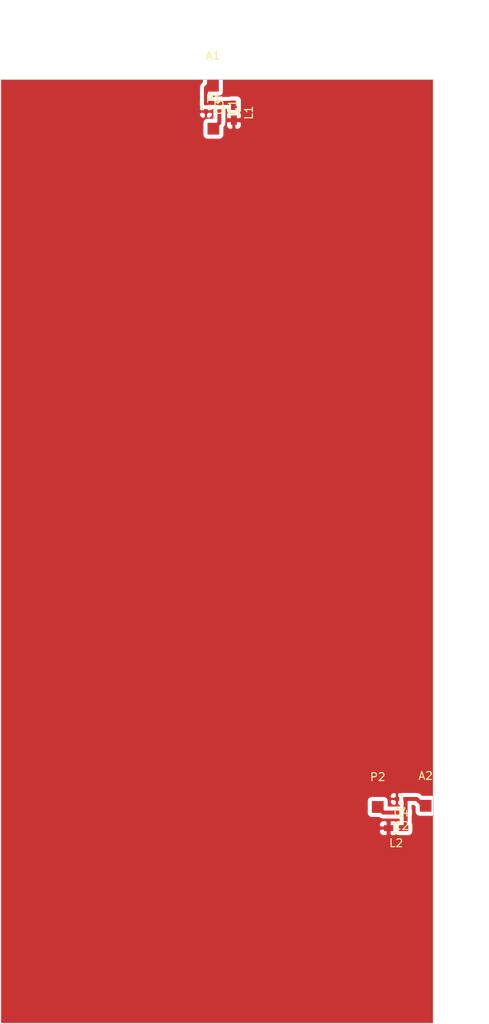
<source format=kicad_pcb>
(kicad_pcb (version 4) (host pcbnew 4.0.2-stable)

  (general
    (links 11)
    (no_connects 0)
    (area 26.899999 39.899999 176.920002 170.050001)
    (thickness 1.6)
    (drawings 25)
    (tracks 17)
    (zones 0)
    (modules 10)
    (nets 6)
  )

  (page A4)
  (layers
    (0 F.Cu signal)
    (31 B.Cu signal)
    (32 B.Adhes user)
    (33 F.Adhes user)
    (34 B.Paste user)
    (35 F.Paste user)
    (36 B.SilkS user)
    (37 F.SilkS user)
    (38 B.Mask user)
    (39 F.Mask user)
    (40 Dwgs.User user)
    (41 Cmts.User user)
    (42 Eco1.User user)
    (43 Eco2.User user)
    (44 Edge.Cuts user)
    (45 Margin user)
    (46 B.CrtYd user)
    (47 F.CrtYd user)
    (48 B.Fab user)
    (49 F.Fab user)
  )

  (setup
    (last_trace_width 0.508)
    (user_trace_width 0.508)
    (trace_clearance 0.508)
    (zone_clearance 0)
    (zone_45_only no)
    (trace_min 0.2)
    (segment_width 0.2)
    (edge_width 0.1)
    (via_size 0.6)
    (via_drill 0.4)
    (via_min_size 0.4)
    (via_min_drill 0.3)
    (uvia_size 0.3)
    (uvia_drill 0.1)
    (uvias_allowed no)
    (uvia_min_size 0.2)
    (uvia_min_drill 0.1)
    (pcb_text_width 0.3)
    (pcb_text_size 1.5 1.5)
    (mod_edge_width 0.15)
    (mod_text_size 1 1)
    (mod_text_width 0.15)
    (pad_size 1.5 1.5)
    (pad_drill 0.6)
    (pad_to_mask_clearance 0)
    (aux_axis_origin 0 0)
    (visible_elements FFFFFF5F)
    (pcbplotparams
      (layerselection 0x00030_80000001)
      (usegerberextensions false)
      (excludeedgelayer true)
      (linewidth 0.100000)
      (plotframeref false)
      (viasonmask false)
      (mode 1)
      (useauxorigin false)
      (hpglpennumber 1)
      (hpglpenspeed 20)
      (hpglpendiameter 15)
      (hpglpenoverlay 2)
      (psnegative false)
      (psa4output false)
      (plotreference true)
      (plotvalue true)
      (plotinvisibletext false)
      (padsonsilk false)
      (subtractmaskfromsilk false)
      (outputformat 1)
      (mirror false)
      (drillshape 1)
      (scaleselection 1)
      (outputdirectory ""))
  )

  (net 0 "")
  (net 1 /Ant1)
  (net 2 /Ant2)
  (net 3 "Net-(C1-Pad2)")
  (net 4 "Net-(C2-Pad2)")
  (net 5 /GND)

  (net_class Default "This is the default net class."
    (clearance 0.508)
    (trace_width 0.25)
    (via_dia 0.6)
    (via_drill 0.4)
    (uvia_dia 0.3)
    (uvia_drill 0.1)
    (add_net /Ant1)
    (add_net /Ant2)
    (add_net /GND)
    (add_net "Net-(C1-Pad2)")
    (add_net "Net-(C2-Pad2)")
  )

  (module Measurement_Points:Measurement_Point_Square-SMD-Pad_Small (layer F.Cu) (tedit 0) (tstamp 56D6AC86)
    (at 53.975 50.8)
    (descr "Mesurement Point, Square, SMD Pad,  1.5mm x 1.5mm,")
    (tags "Mesurement Point, Square, SMD Pad, 1.5mm x 1.5mm,")
    (path /56C1C8C2)
    (fp_text reference A1 (at 0 -3.81) (layer F.SilkS)
      (effects (font (size 1 1) (thickness 0.15)))
    )
    (fp_text value ANTENNA (at 2.54 3.81) (layer F.Fab)
      (effects (font (size 1 1) (thickness 0.15)))
    )
    (pad 1 smd rect (at 0 0) (size 1.50114 1.50114) (layers F.Cu F.Mask)
      (net 1 /Ant1))
  )

  (module Measurement_Points:Measurement_Point_Square-SMD-Pad_Small (layer F.Cu) (tedit 0) (tstamp 56D6AC8B)
    (at 81.019762 142.345)
    (descr "Mesurement Point, Square, SMD Pad,  1.5mm x 1.5mm,")
    (tags "Mesurement Point, Square, SMD Pad, 1.5mm x 1.5mm,")
    (path /56C1CB96)
    (fp_text reference A2 (at 0 -3.81) (layer F.SilkS)
      (effects (font (size 1 1) (thickness 0.15)))
    )
    (fp_text value ANTENNA (at 2.54 3.81) (layer F.Fab)
      (effects (font (size 1 1) (thickness 0.15)))
    )
    (pad 1 smd rect (at 0 0) (size 1.50114 1.50114) (layers F.Cu F.Mask)
      (net 2 /Ant2))
  )

  (module Capacitors_SMD:C_0402 (layer F.Cu) (tedit 5415D599) (tstamp 56D6AC91)
    (at 54.8005 53.5305 270)
    (descr "Capacitor SMD 0402, reflow soldering, AVX (see smccp.pdf)")
    (tags "capacitor 0402")
    (path /56C1C0D8)
    (attr smd)
    (fp_text reference C1 (at 0 -1.7 270) (layer F.SilkS)
      (effects (font (size 1 1) (thickness 0.15)))
    )
    (fp_text value C (at 0 1.7 270) (layer F.Fab)
      (effects (font (size 1 1) (thickness 0.15)))
    )
    (fp_line (start -1.15 -0.6) (end 1.15 -0.6) (layer F.CrtYd) (width 0.05))
    (fp_line (start -1.15 0.6) (end 1.15 0.6) (layer F.CrtYd) (width 0.05))
    (fp_line (start -1.15 -0.6) (end -1.15 0.6) (layer F.CrtYd) (width 0.05))
    (fp_line (start 1.15 -0.6) (end 1.15 0.6) (layer F.CrtYd) (width 0.05))
    (fp_line (start 0.25 -0.475) (end -0.25 -0.475) (layer F.SilkS) (width 0.15))
    (fp_line (start -0.25 0.475) (end 0.25 0.475) (layer F.SilkS) (width 0.15))
    (pad 1 smd rect (at -0.55 0 270) (size 0.6 0.5) (layers F.Cu F.Paste F.Mask)
      (net 1 /Ant1))
    (pad 2 smd rect (at 0.55 0 270) (size 0.6 0.5) (layers F.Cu F.Paste F.Mask)
      (net 3 "Net-(C1-Pad2)"))
    (model Capacitors_SMD.3dshapes/C_0402.wrl
      (at (xyz 0 0 0))
      (scale (xyz 1 1 1))
      (rotate (xyz 0 0 0))
    )
  )

  (module Capacitors_SMD:C_0402 (layer F.Cu) (tedit 5415D599) (tstamp 56D6AC97)
    (at 77.9272 143.2052 180)
    (descr "Capacitor SMD 0402, reflow soldering, AVX (see smccp.pdf)")
    (tags "capacitor 0402")
    (path /56C1CB75)
    (attr smd)
    (fp_text reference C2 (at 0 -1.7 180) (layer F.SilkS)
      (effects (font (size 1 1) (thickness 0.15)))
    )
    (fp_text value C (at 0 1.7 180) (layer F.Fab)
      (effects (font (size 1 1) (thickness 0.15)))
    )
    (fp_line (start -1.15 -0.6) (end 1.15 -0.6) (layer F.CrtYd) (width 0.05))
    (fp_line (start -1.15 0.6) (end 1.15 0.6) (layer F.CrtYd) (width 0.05))
    (fp_line (start -1.15 -0.6) (end -1.15 0.6) (layer F.CrtYd) (width 0.05))
    (fp_line (start 1.15 -0.6) (end 1.15 0.6) (layer F.CrtYd) (width 0.05))
    (fp_line (start 0.25 -0.475) (end -0.25 -0.475) (layer F.SilkS) (width 0.15))
    (fp_line (start -0.25 0.475) (end 0.25 0.475) (layer F.SilkS) (width 0.15))
    (pad 1 smd rect (at -0.55 0 180) (size 0.6 0.5) (layers F.Cu F.Paste F.Mask)
      (net 2 /Ant2))
    (pad 2 smd rect (at 0.55 0 180) (size 0.6 0.5) (layers F.Cu F.Paste F.Mask)
      (net 4 "Net-(C2-Pad2)"))
    (model Capacitors_SMD.3dshapes/C_0402.wrl
      (at (xyz 0 0 0))
      (scale (xyz 1 1 1))
      (rotate (xyz 0 0 0))
    )
  )

  (module Capacitors_SMD:C_0402 (layer F.Cu) (tedit 5415D599) (tstamp 56D6AC9D)
    (at 53.086 53.5305 270)
    (descr "Capacitor SMD 0402, reflow soldering, AVX (see smccp.pdf)")
    (tags "capacitor 0402")
    (path /56C1C1FD)
    (attr smd)
    (fp_text reference C3 (at 0 -1.7 270) (layer F.SilkS)
      (effects (font (size 1 1) (thickness 0.15)))
    )
    (fp_text value C (at 0 1.7 270) (layer F.Fab)
      (effects (font (size 1 1) (thickness 0.15)))
    )
    (fp_line (start -1.15 -0.6) (end 1.15 -0.6) (layer F.CrtYd) (width 0.05))
    (fp_line (start -1.15 0.6) (end 1.15 0.6) (layer F.CrtYd) (width 0.05))
    (fp_line (start -1.15 -0.6) (end -1.15 0.6) (layer F.CrtYd) (width 0.05))
    (fp_line (start 1.15 -0.6) (end 1.15 0.6) (layer F.CrtYd) (width 0.05))
    (fp_line (start 0.25 -0.475) (end -0.25 -0.475) (layer F.SilkS) (width 0.15))
    (fp_line (start -0.25 0.475) (end 0.25 0.475) (layer F.SilkS) (width 0.15))
    (pad 1 smd rect (at -0.55 0 270) (size 0.6 0.5) (layers F.Cu F.Paste F.Mask)
      (net 1 /Ant1))
    (pad 2 smd rect (at 0.55 0 270) (size 0.6 0.5) (layers F.Cu F.Paste F.Mask)
      (net 5 /GND))
    (model Capacitors_SMD.3dshapes/C_0402.wrl
      (at (xyz 0 0 0))
      (scale (xyz 1 1 1))
      (rotate (xyz 0 0 0))
    )
  )

  (module Capacitors_SMD:C_0402 (layer F.Cu) (tedit 5415D599) (tstamp 56D6ACA3)
    (at 77.9272 141.478 180)
    (descr "Capacitor SMD 0402, reflow soldering, AVX (see smccp.pdf)")
    (tags "capacitor 0402")
    (path /56C1CB81)
    (attr smd)
    (fp_text reference C4 (at 0 -1.7 180) (layer F.SilkS)
      (effects (font (size 1 1) (thickness 0.15)))
    )
    (fp_text value C (at 0 1.7 180) (layer F.Fab)
      (effects (font (size 1 1) (thickness 0.15)))
    )
    (fp_line (start -1.15 -0.6) (end 1.15 -0.6) (layer F.CrtYd) (width 0.05))
    (fp_line (start -1.15 0.6) (end 1.15 0.6) (layer F.CrtYd) (width 0.05))
    (fp_line (start -1.15 -0.6) (end -1.15 0.6) (layer F.CrtYd) (width 0.05))
    (fp_line (start 1.15 -0.6) (end 1.15 0.6) (layer F.CrtYd) (width 0.05))
    (fp_line (start 0.25 -0.475) (end -0.25 -0.475) (layer F.SilkS) (width 0.15))
    (fp_line (start -0.25 0.475) (end 0.25 0.475) (layer F.SilkS) (width 0.15))
    (pad 1 smd rect (at -0.55 0 180) (size 0.6 0.5) (layers F.Cu F.Paste F.Mask)
      (net 2 /Ant2))
    (pad 2 smd rect (at 0.55 0 180) (size 0.6 0.5) (layers F.Cu F.Paste F.Mask)
      (net 5 /GND))
    (model Capacitors_SMD.3dshapes/C_0402.wrl
      (at (xyz 0 0 0))
      (scale (xyz 1 1 1))
      (rotate (xyz 0 0 0))
    )
  )

  (module Capacitors_SMD:C_0603_HandSoldering (layer F.Cu) (tedit 541A9B4D) (tstamp 56D6ACA9)
    (at 56.642 54.229 270)
    (descr "Capacitor SMD 0603, hand soldering")
    (tags "capacitor 0603")
    (path /56C1C15A)
    (attr smd)
    (fp_text reference L1 (at 0 -1.9 270) (layer F.SilkS)
      (effects (font (size 1 1) (thickness 0.15)))
    )
    (fp_text value L_Small (at 0 1.9 270) (layer F.Fab)
      (effects (font (size 1 1) (thickness 0.15)))
    )
    (fp_line (start -1.85 -0.75) (end 1.85 -0.75) (layer F.CrtYd) (width 0.05))
    (fp_line (start -1.85 0.75) (end 1.85 0.75) (layer F.CrtYd) (width 0.05))
    (fp_line (start -1.85 -0.75) (end -1.85 0.75) (layer F.CrtYd) (width 0.05))
    (fp_line (start 1.85 -0.75) (end 1.85 0.75) (layer F.CrtYd) (width 0.05))
    (fp_line (start -0.35 -0.6) (end 0.35 -0.6) (layer F.SilkS) (width 0.15))
    (fp_line (start 0.35 0.6) (end -0.35 0.6) (layer F.SilkS) (width 0.15))
    (pad 1 smd rect (at -0.95 0 270) (size 1.2 0.75) (layers F.Cu F.Paste F.Mask)
      (net 1 /Ant1))
    (pad 2 smd rect (at 0.95 0 270) (size 1.2 0.75) (layers F.Cu F.Paste F.Mask)
      (net 5 /GND))
    (model Capacitors_SMD.3dshapes/C_0603_HandSoldering.wrl
      (at (xyz 0 0 0))
      (scale (xyz 1 1 1))
      (rotate (xyz 0 0 0))
    )
  )

  (module Capacitors_SMD:C_0603_HandSoldering (layer F.Cu) (tedit 541A9B4D) (tstamp 56D6ACAF)
    (at 77.2668 145.1864 180)
    (descr "Capacitor SMD 0603, hand soldering")
    (tags "capacitor 0603")
    (path /56C1CB7B)
    (attr smd)
    (fp_text reference L2 (at 0 -1.9 180) (layer F.SilkS)
      (effects (font (size 1 1) (thickness 0.15)))
    )
    (fp_text value L_Small (at 0 1.9 180) (layer F.Fab)
      (effects (font (size 1 1) (thickness 0.15)))
    )
    (fp_line (start -1.85 -0.75) (end 1.85 -0.75) (layer F.CrtYd) (width 0.05))
    (fp_line (start -1.85 0.75) (end 1.85 0.75) (layer F.CrtYd) (width 0.05))
    (fp_line (start -1.85 -0.75) (end -1.85 0.75) (layer F.CrtYd) (width 0.05))
    (fp_line (start 1.85 -0.75) (end 1.85 0.75) (layer F.CrtYd) (width 0.05))
    (fp_line (start -0.35 -0.6) (end 0.35 -0.6) (layer F.SilkS) (width 0.15))
    (fp_line (start 0.35 0.6) (end -0.35 0.6) (layer F.SilkS) (width 0.15))
    (pad 1 smd rect (at -0.95 0 180) (size 1.2 0.75) (layers F.Cu F.Paste F.Mask)
      (net 2 /Ant2))
    (pad 2 smd rect (at 0.95 0 180) (size 1.2 0.75) (layers F.Cu F.Paste F.Mask)
      (net 5 /GND))
    (model Capacitors_SMD.3dshapes/C_0603_HandSoldering.wrl
      (at (xyz 0 0 0))
      (scale (xyz 1 1 1))
      (rotate (xyz 0 0 0))
    )
  )

  (module Measurement_Points:Measurement_Point_Square-SMD-Pad_Small (layer F.Cu) (tedit 0) (tstamp 56D6ACB4)
    (at 54.0385 56.261)
    (descr "Mesurement Point, Square, SMD Pad,  1.5mm x 1.5mm,")
    (tags "Mesurement Point, Square, SMD Pad, 1.5mm x 1.5mm,")
    (path /56C1CF80)
    (fp_text reference P1 (at 0 -3.81) (layer F.SilkS)
      (effects (font (size 1 1) (thickness 0.15)))
    )
    (fp_text value SMA (at 2.54 3.81) (layer F.Fab)
      (effects (font (size 1 1) (thickness 0.15)))
    )
    (pad 1 smd rect (at 0 0) (size 1.50114 1.50114) (layers F.Cu F.Mask)
      (net 3 "Net-(C1-Pad2)"))
  )

  (module Measurement_Points:Measurement_Point_Square-SMD-Pad_Small (layer F.Cu) (tedit 0) (tstamp 56D6ACB9)
    (at 74.93 142.494)
    (descr "Mesurement Point, Square, SMD Pad,  1.5mm x 1.5mm,")
    (tags "Mesurement Point, Square, SMD Pad, 1.5mm x 1.5mm,")
    (path /56C1D014)
    (fp_text reference P2 (at 0 -3.81) (layer F.SilkS)
      (effects (font (size 1 1) (thickness 0.15)))
    )
    (fp_text value SMA (at 2.54 3.81) (layer F.Fab)
      (effects (font (size 1 1) (thickness 0.15)))
    )
    (pad 1 smd rect (at 0 0) (size 1.50114 1.50114) (layers F.Cu F.Mask)
      (net 4 "Net-(C2-Pad2)"))
  )

  (gr_line (start 84 115.5) (end 84 141.5) (angle 90) (layer Dwgs.User) (width 0.2))
  (gr_line (start 89 115.5) (end 84 115.5) (angle 90) (layer Dwgs.User) (width 0.2))
  (gr_line (start 89 141.5) (end 89 115.5) (angle 90) (layer Dwgs.User) (width 0.2))
  (gr_line (start 82 141.5) (end 82 143) (angle 90) (layer Dwgs.User) (width 0.2))
  (gr_line (start 89 141.5) (end 82 141.5) (angle 90) (layer Dwgs.User) (width 0.2))
  (gr_line (start 89 143) (end 89 141.5) (angle 90) (layer Dwgs.User) (width 0.2))
  (gr_line (start 82 143) (end 89 143) (angle 90) (layer Dwgs.User) (width 0.2))
  (gr_line (start 84 143) (end 84 170) (angle 90) (layer Dwgs.User) (width 0.2))
  (gr_line (start 89 143) (end 84 143) (angle 90) (layer Dwgs.User) (width 0.2))
  (gr_line (start 89 170) (end 89 143) (angle 90) (layer Dwgs.User) (width 0.2))
  (gr_line (start 84 170) (end 89 170) (angle 90) (layer Dwgs.User) (width 0.2))
  (gr_line (start 82.5 48) (end 54.5 48) (angle 90) (layer Dwgs.User) (width 0.2))
  (gr_line (start 27 48) (end 53.5 48) (angle 90) (layer Dwgs.User) (width 0.2))
  (gr_line (start 82.5 40) (end 82.5 48) (angle 90) (layer Dwgs.User) (width 0.2))
  (gr_line (start 54.5 40) (end 82.5 40) (angle 90) (layer Dwgs.User) (width 0.2))
  (gr_line (start 54.5 40) (end 53.5 40) (angle 90) (layer Dwgs.User) (width 0.2))
  (gr_line (start 54.5 50) (end 54.5 40) (angle 90) (layer Dwgs.User) (width 0.2))
  (gr_line (start 53.5 50) (end 54.5 50) (angle 90) (layer Dwgs.User) (width 0.2))
  (gr_line (start 53.5 40) (end 53.5 50) (angle 90) (layer Dwgs.User) (width 0.2))
  (gr_line (start 27 40) (end 53.5 40) (angle 90) (layer Dwgs.User) (width 0.2))
  (gr_line (start 27 48) (end 27 40) (angle 90) (layer Dwgs.User) (width 0.2))
  (gr_line (start 27 50) (end 27 170) (angle 90) (layer Edge.Cuts) (width 0.1))
  (gr_line (start 82 50) (end 27 50) (angle 90) (layer Edge.Cuts) (width 0.1))
  (gr_line (start 82 170) (end 82 50) (angle 90) (layer Edge.Cuts) (width 0.1))
  (gr_line (start 27 170) (end 82 170) (angle 90) (layer Edge.Cuts) (width 0.1))

  (segment (start 54.8005 52.9805) (end 56.3435 52.9805) (width 0.508) (layer F.Cu) (net 1) (status C00000))
  (segment (start 56.3435 52.9805) (end 56.642 53.279) (width 0.508) (layer F.Cu) (net 1) (tstamp 56D6BF88) (status C00000))
  (segment (start 53.086 52.9805) (end 54.8005 52.9805) (width 0.508) (layer F.Cu) (net 1) (status C00000))
  (segment (start 53.975 50.8) (end 53.34 50.8) (width 0.508) (layer F.Cu) (net 1) (status C00000))
  (segment (start 53.34 50.8) (end 53.086 51.054) (width 0.508) (layer F.Cu) (net 1) (tstamp 56D6BF7E) (status 400000))
  (segment (start 53.086 51.054) (end 53.086 52.9805) (width 0.508) (layer F.Cu) (net 1) (tstamp 56D6BF80) (status 800000))
  (segment (start 78.4772 143.2052) (end 78.4772 141.478) (width 0.508) (layer F.Cu) (net 2))
  (segment (start 78.2168 145.1864) (end 78.3336 145.1864) (width 0.508) (layer F.Cu) (net 2))
  (segment (start 78.3336 145.1864) (end 78.4772 145.0428) (width 0.508) (layer F.Cu) (net 2) (tstamp 56D6BF49))
  (segment (start 78.4772 145.0428) (end 78.4772 143.2052) (width 0.508) (layer F.Cu) (net 2) (tstamp 56D6BF4E))
  (segment (start 81.019762 142.345) (end 80.75 142.345) (width 0.508) (layer F.Cu) (net 2))
  (segment (start 80.75 142.345) (end 79.883 141.478) (width 0.508) (layer F.Cu) (net 2) (tstamp 56D6BF3C))
  (segment (start 79.883 141.478) (end 78.4772 141.478) (width 0.508) (layer F.Cu) (net 2) (tstamp 56D6BF40))
  (segment (start 54.8005 54.0805) (end 54.8005 55.499) (width 0.508) (layer F.Cu) (net 3) (status 400000))
  (segment (start 54.8005 55.499) (end 54.0385 56.261) (width 0.508) (layer F.Cu) (net 3) (tstamp 56D6BF8B) (status 800000))
  (segment (start 77.3772 143.2052) (end 75.6412 143.2052) (width 0.508) (layer F.Cu) (net 4))
  (segment (start 75.6412 143.2052) (end 74.93 142.494) (width 0.508) (layer F.Cu) (net 4) (tstamp 56D6BF54))

  (zone (net 5) (net_name /GND) (layer F.Cu) (tstamp 56D6D2AD) (hatch edge 0.508)
    (connect_pads (clearance 0))
    (min_thickness 0.0254)
    (fill yes (arc_segments 16) (thermal_gap 0.508) (thermal_bridge_width 0.508))
    (polygon
      (pts
        (xy 27 170) (xy 82 170) (xy 82 50) (xy 27 50)
      )
    )
    (filled_polygon
      (pts
        (xy 52.693529 50.35088) (xy 52.538204 50.506204) (xy 52.370271 50.757535) (xy 52.370271 50.757536) (xy 52.311299 51.054)
        (xy 52.3113 51.054005) (xy 52.3113 52.649879) (xy 52.305099 52.6805) (xy 52.305099 53.2805) (xy 52.341407 53.47346)
        (xy 52.376797 53.528458) (xy 52.3153 53.676926) (xy 52.3153 53.800325) (xy 52.445475 53.9305) (xy 52.961 53.9305)
        (xy 52.961 53.8192) (xy 53.211 53.8192) (xy 53.211 53.9305) (xy 53.726525 53.9305) (xy 53.8567 53.800325)
        (xy 53.8567 53.7552) (xy 54.024722 53.7552) (xy 54.019599 53.7805) (xy 54.019599 54.3805) (xy 54.0258 54.413455)
        (xy 54.0258 54.979529) (xy 53.28793 54.979529) (xy 53.09497 55.015837) (xy 52.917748 55.129876) (xy 52.798857 55.30388)
        (xy 52.757029 55.51043) (xy 52.757029 57.01157) (xy 52.793337 57.20453) (xy 52.907376 57.381752) (xy 53.08138 57.500643)
        (xy 53.28793 57.542471) (xy 54.78907 57.542471) (xy 54.98203 57.506163) (xy 55.159252 57.392124) (xy 55.278143 57.21812)
        (xy 55.319971 57.01157) (xy 55.319971 56.07512) (xy 55.348293 56.046798) (xy 55.348296 56.046796) (xy 55.516229 55.795465)
        (xy 55.532592 55.713204) (xy 55.564961 55.550475) (xy 55.7463 55.550475) (xy 55.7463 55.882574) (xy 55.825572 56.073953)
        (xy 55.972047 56.220428) (xy 56.163427 56.2997) (xy 56.324325 56.2997) (xy 56.4545 56.169525) (xy 56.4545 55.4203)
        (xy 56.8295 55.4203) (xy 56.8295 56.169525) (xy 56.959675 56.2997) (xy 57.120573 56.2997) (xy 57.311953 56.220428)
        (xy 57.458428 56.073953) (xy 57.5377 55.882574) (xy 57.5377 55.550475) (xy 57.407525 55.4203) (xy 56.8295 55.4203)
        (xy 56.4545 55.4203) (xy 55.876475 55.4203) (xy 55.7463 55.550475) (xy 55.564961 55.550475) (xy 55.575201 55.499)
        (xy 55.5752 55.498995) (xy 55.5752 54.411121) (xy 55.581401 54.3805) (xy 55.581401 53.7805) (xy 55.57664 53.7552)
        (xy 55.736099 53.7552) (xy 55.736099 53.879) (xy 55.772407 54.07196) (xy 55.876263 54.233356) (xy 55.825572 54.284047)
        (xy 55.7463 54.475426) (xy 55.7463 54.807525) (xy 55.876475 54.9377) (xy 56.4545 54.9377) (xy 56.4545 54.9177)
        (xy 56.8295 54.9177) (xy 56.8295 54.9377) (xy 57.407525 54.9377) (xy 57.5377 54.807525) (xy 57.5377 54.475426)
        (xy 57.458428 54.284047) (xy 57.40616 54.231779) (xy 57.506073 54.08555) (xy 57.547901 53.879) (xy 57.547901 52.679)
        (xy 57.511593 52.48604) (xy 57.397554 52.308818) (xy 57.22355 52.189927) (xy 57.017 52.148099) (xy 56.267 52.148099)
        (xy 56.07404 52.184407) (xy 56.040794 52.2058) (xy 55.278086 52.2058) (xy 55.25705 52.191427) (xy 55.0505 52.149599)
        (xy 54.5505 52.149599) (xy 54.35754 52.185907) (xy 54.326625 52.2058) (xy 53.8607 52.2058) (xy 53.8607 52.081471)
        (xy 54.72557 52.081471) (xy 54.91853 52.045163) (xy 55.095752 51.931124) (xy 55.214643 51.75712) (xy 55.256471 51.55057)
        (xy 55.256471 50.0627) (xy 81.9373 50.0627) (xy 81.9373 141.097341) (xy 81.770332 141.063529) (xy 80.564121 141.063529)
        (xy 80.430796 140.930204) (xy 80.292016 140.837475) (xy 80.179465 140.762271) (xy 80.130277 140.752487) (xy 79.883 140.703299)
        (xy 79.882995 140.7033) (xy 78.807821 140.7033) (xy 78.7772 140.697099) (xy 78.1772 140.697099) (xy 77.98424 140.733407)
        (xy 77.929242 140.768797) (xy 77.780774 140.7073) (xy 77.657375 140.7073) (xy 77.5272 140.837475) (xy 77.5272 141.353)
        (xy 77.6385 141.353) (xy 77.6385 141.603) (xy 77.5272 141.603) (xy 77.5272 142.118525) (xy 77.657375 142.2487)
        (xy 77.7025 142.2487) (xy 77.7025 142.429422) (xy 77.6772 142.424299) (xy 77.0772 142.424299) (xy 77.044245 142.4305)
        (xy 76.211471 142.4305) (xy 76.211471 141.74343) (xy 76.209542 141.733175) (xy 76.5565 141.733175) (xy 76.5565 141.831573)
        (xy 76.635772 142.022953) (xy 76.782247 142.169428) (xy 76.973626 142.2487) (xy 77.097025 142.2487) (xy 77.2272 142.118525)
        (xy 77.2272 141.603) (xy 76.686675 141.603) (xy 76.5565 141.733175) (xy 76.209542 141.733175) (xy 76.175163 141.55047)
        (xy 76.061124 141.373248) (xy 75.88712 141.254357) (xy 75.68057 141.212529) (xy 74.17943 141.212529) (xy 73.98647 141.248837)
        (xy 73.809248 141.362876) (xy 73.690357 141.53688) (xy 73.648529 141.74343) (xy 73.648529 143.24457) (xy 73.684837 143.43753)
        (xy 73.798876 143.614752) (xy 73.97288 143.733643) (xy 74.17943 143.775471) (xy 75.12704 143.775471) (xy 75.344735 143.920929)
        (xy 75.393923 143.930713) (xy 75.6412 143.979901) (xy 75.641205 143.9799) (xy 77.046579 143.9799) (xy 77.0772 143.986101)
        (xy 77.6772 143.986101) (xy 77.7025 143.98134) (xy 77.7025 144.280499) (xy 77.6168 144.280499) (xy 77.42384 144.316807)
        (xy 77.262444 144.420663) (xy 77.211753 144.369972) (xy 77.020374 144.2907) (xy 76.688275 144.2907) (xy 76.5581 144.420875)
        (xy 76.5581 144.9989) (xy 76.5781 144.9989) (xy 76.5781 145.3739) (xy 76.5581 145.3739) (xy 76.5581 145.951925)
        (xy 76.688275 146.0821) (xy 77.020374 146.0821) (xy 77.211753 146.002828) (xy 77.264021 145.95056) (xy 77.41025 146.050473)
        (xy 77.6168 146.092301) (xy 78.8168 146.092301) (xy 79.00976 146.055993) (xy 79.186982 145.941954) (xy 79.305873 145.76795)
        (xy 79.347701 145.5614) (xy 79.347701 144.8114) (xy 79.311393 144.61844) (xy 79.2519 144.525985) (xy 79.2519 143.682786)
        (xy 79.266273 143.66175) (xy 79.308101 143.4552) (xy 79.308101 142.9552) (xy 79.271793 142.76224) (xy 79.2519 142.731325)
        (xy 79.2519 142.2527) (xy 79.562108 142.2527) (xy 79.738291 142.428883) (xy 79.738291 143.09557) (xy 79.774599 143.28853)
        (xy 79.888638 143.465752) (xy 80.062642 143.584643) (xy 80.269192 143.626471) (xy 81.770332 143.626471) (xy 81.9373 143.595054)
        (xy 81.9373 169.9373) (xy 27.0627 169.9373) (xy 27.0627 145.504075) (xy 75.1961 145.504075) (xy 75.1961 145.664973)
        (xy 75.275372 145.856353) (xy 75.421847 146.002828) (xy 75.613226 146.0821) (xy 75.945325 146.0821) (xy 76.0755 145.951925)
        (xy 76.0755 145.3739) (xy 75.326275 145.3739) (xy 75.1961 145.504075) (xy 27.0627 145.504075) (xy 27.0627 144.707827)
        (xy 75.1961 144.707827) (xy 75.1961 144.868725) (xy 75.326275 144.9989) (xy 76.0755 144.9989) (xy 76.0755 144.420875)
        (xy 75.945325 144.2907) (xy 75.613226 144.2907) (xy 75.421847 144.369972) (xy 75.275372 144.516447) (xy 75.1961 144.707827)
        (xy 27.0627 144.707827) (xy 27.0627 141.124427) (xy 76.5565 141.124427) (xy 76.5565 141.222825) (xy 76.686675 141.353)
        (xy 77.2272 141.353) (xy 77.2272 140.837475) (xy 77.097025 140.7073) (xy 76.973626 140.7073) (xy 76.782247 140.786572)
        (xy 76.635772 140.933047) (xy 76.5565 141.124427) (xy 27.0627 141.124427) (xy 27.0627 54.360675) (xy 52.3153 54.360675)
        (xy 52.3153 54.484074) (xy 52.394572 54.675453) (xy 52.541047 54.821928) (xy 52.732427 54.9012) (xy 52.830825 54.9012)
        (xy 52.961 54.771025) (xy 52.961 54.2305) (xy 53.211 54.2305) (xy 53.211 54.771025) (xy 53.341175 54.9012)
        (xy 53.439573 54.9012) (xy 53.630953 54.821928) (xy 53.777428 54.675453) (xy 53.8567 54.484074) (xy 53.8567 54.360675)
        (xy 53.726525 54.2305) (xy 53.211 54.2305) (xy 52.961 54.2305) (xy 52.445475 54.2305) (xy 52.3153 54.360675)
        (xy 27.0627 54.360675) (xy 27.0627 50.0627) (xy 52.693529 50.0627)
      )
    )
  )
)

</source>
